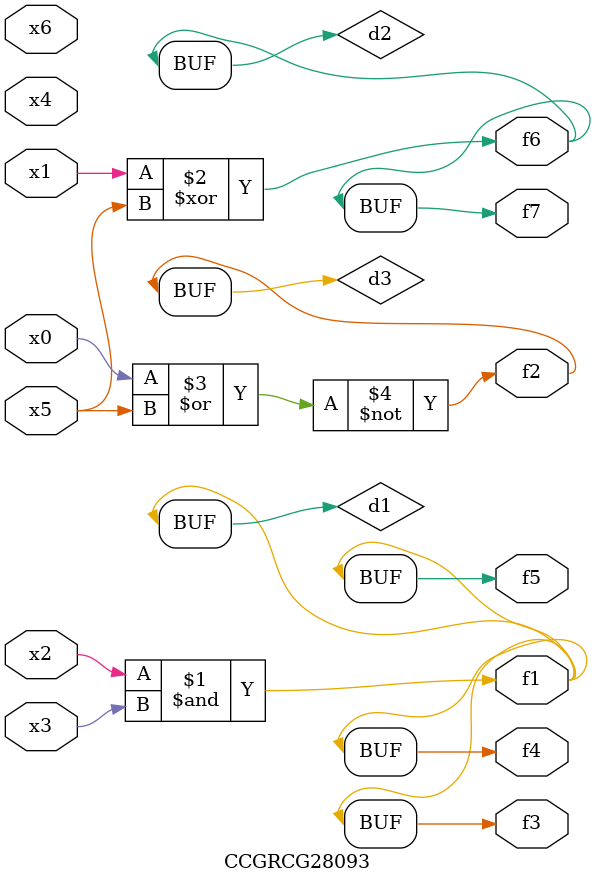
<source format=v>
module CCGRCG28093(
	input x0, x1, x2, x3, x4, x5, x6,
	output f1, f2, f3, f4, f5, f6, f7
);

	wire d1, d2, d3;

	and (d1, x2, x3);
	xor (d2, x1, x5);
	nor (d3, x0, x5);
	assign f1 = d1;
	assign f2 = d3;
	assign f3 = d1;
	assign f4 = d1;
	assign f5 = d1;
	assign f6 = d2;
	assign f7 = d2;
endmodule

</source>
